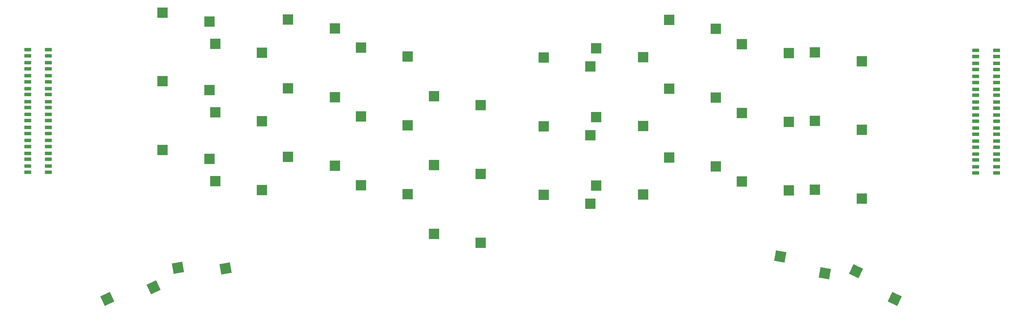
<source format=gbp>
G04 #@! TF.GenerationSoftware,KiCad,Pcbnew,7.0.6*
G04 #@! TF.CreationDate,2024-10-08T23:05:02+02:00*
G04 #@! TF.ProjectId,KoalaKeeb_v1,4b6f616c-614b-4656-9562-5f76312e6b69,rev?*
G04 #@! TF.SameCoordinates,Original*
G04 #@! TF.FileFunction,Paste,Bot*
G04 #@! TF.FilePolarity,Positive*
%FSLAX46Y46*%
G04 Gerber Fmt 4.6, Leading zero omitted, Abs format (unit mm)*
G04 Created by KiCad (PCBNEW 7.0.6) date 2024-10-08 23:05:02*
%MOMM*%
%LPD*%
G01*
G04 APERTURE LIST*
G04 Aperture macros list*
%AMRoundRect*
0 Rectangle with rounded corners*
0 $1 Rounding radius*
0 $2 $3 $4 $5 $6 $7 $8 $9 X,Y pos of 4 corners*
0 Add a 4 corners polygon primitive as box body*
4,1,4,$2,$3,$4,$5,$6,$7,$8,$9,$2,$3,0*
0 Add four circle primitives for the rounded corners*
1,1,$1+$1,$2,$3*
1,1,$1+$1,$4,$5*
1,1,$1+$1,$6,$7*
1,1,$1+$1,$8,$9*
0 Add four rect primitives between the rounded corners*
20,1,$1+$1,$2,$3,$4,$5,0*
20,1,$1+$1,$4,$5,$6,$7,0*
20,1,$1+$1,$6,$7,$8,$9,0*
20,1,$1+$1,$8,$9,$2,$3,0*%
%AMRotRect*
0 Rectangle, with rotation*
0 The origin of the aperture is its center*
0 $1 length*
0 $2 width*
0 $3 Rotation angle, in degrees counterclockwise*
0 Add horizontal line*
21,1,$1,$2,0,0,$3*%
G04 Aperture macros list end*
%ADD10R,2.600000X2.600000*%
%ADD11RotRect,2.600000X2.600000X350.000000*%
%ADD12RotRect,2.600000X2.600000X10.000000*%
%ADD13RotRect,2.600000X2.600000X25.000000*%
%ADD14RotRect,2.600000X2.600000X335.000000*%
%ADD15R,1.700000X0.820000*%
%ADD16RoundRect,0.205000X0.645000X0.205000X-0.645000X0.205000X-0.645000X-0.205000X0.645000X-0.205000X0*%
%ADD17RoundRect,0.205000X-0.645000X-0.205000X0.645000X-0.205000X0.645000X0.205000X-0.645000X0.205000X0*%
G04 APERTURE END LIST*
D10*
X237962880Y-64120610D03*
X226412880Y-61920610D03*
X143851447Y-75010017D03*
X132301447Y-72810017D03*
D11*
X228879919Y-99598914D03*
X217887415Y-95426700D03*
D10*
X125851447Y-46010017D03*
X114301447Y-43810017D03*
X89851447Y-62010017D03*
X78301447Y-59810017D03*
X65301447Y-52110017D03*
X76851447Y-54310017D03*
X219962880Y-45120610D03*
X208412880Y-42920610D03*
X237962880Y-81120610D03*
X226412880Y-78920610D03*
X89851447Y-79010017D03*
X78301447Y-76810017D03*
D12*
X80834899Y-98350925D03*
X69078344Y-98189985D03*
D10*
X89851447Y-45010017D03*
X78301447Y-42810017D03*
D13*
X63059184Y-103068474D03*
X51661569Y-105955837D03*
D10*
X125851447Y-63010017D03*
X114301447Y-60810017D03*
X159412880Y-46220610D03*
X170962880Y-48420610D03*
X183962880Y-80120610D03*
X172412880Y-77920610D03*
X107851447Y-73010017D03*
X96301447Y-70810017D03*
X201962880Y-56120610D03*
X190412880Y-53920610D03*
D14*
X246141459Y-105947216D03*
X236603365Y-99072098D03*
D10*
X125851447Y-80010017D03*
X114301447Y-77810017D03*
X159412880Y-63220610D03*
X170962880Y-65420610D03*
X201962880Y-73120610D03*
X190412880Y-70920610D03*
X201962880Y-39120610D03*
X190412880Y-36920610D03*
X237962880Y-47120610D03*
X226412880Y-44920610D03*
X65301447Y-69110017D03*
X76851447Y-71310017D03*
X219962880Y-79120610D03*
X208412880Y-76920610D03*
X143851447Y-92010017D03*
X132301447Y-89810017D03*
X183962880Y-46120610D03*
X172412880Y-43920610D03*
X65301447Y-35110017D03*
X76851447Y-37310017D03*
X107851447Y-39010017D03*
X96301447Y-36810017D03*
X107851447Y-56010017D03*
X96301447Y-53810017D03*
X143851447Y-58010017D03*
X132301447Y-55810017D03*
X183962880Y-63120610D03*
X172412880Y-60920610D03*
X219962880Y-62120610D03*
X208412880Y-59920610D03*
X159412880Y-80220610D03*
X170962880Y-82420610D03*
D15*
X37126447Y-74610017D03*
X37126447Y-73110017D03*
D16*
X32026447Y-73110017D03*
D15*
X32026447Y-74610017D03*
X271237880Y-52370610D03*
X271237880Y-50870610D03*
D16*
X266137880Y-50870610D03*
D15*
X266137880Y-52370610D03*
X37126447Y-61810017D03*
X37126447Y-60310017D03*
D16*
X32026447Y-60310017D03*
D15*
X32026447Y-61810017D03*
X32026447Y-57110017D03*
X32026447Y-58610017D03*
D17*
X37126447Y-58610017D03*
D15*
X37126447Y-57110017D03*
X271237880Y-71570610D03*
X271237880Y-70070610D03*
D16*
X266137880Y-70070610D03*
D15*
X266137880Y-71570610D03*
X271237880Y-45970610D03*
X271237880Y-44470610D03*
D16*
X266137880Y-44470610D03*
D15*
X266137880Y-45970610D03*
X271237880Y-58770610D03*
X271237880Y-57270610D03*
D16*
X266137880Y-57270610D03*
D15*
X266137880Y-58770610D03*
X37126447Y-49010017D03*
X37126447Y-47510017D03*
D16*
X32026447Y-47510017D03*
D15*
X32026447Y-49010017D03*
X32026447Y-44310017D03*
X32026447Y-45810017D03*
D17*
X37126447Y-45810017D03*
D15*
X37126447Y-44310017D03*
X271237880Y-65170610D03*
X271237880Y-63670610D03*
D16*
X266137880Y-63670610D03*
D15*
X266137880Y-65170610D03*
X32026447Y-69910017D03*
X32026447Y-71410017D03*
D17*
X37126447Y-71410017D03*
D15*
X37126447Y-69910017D03*
X37126447Y-68210017D03*
X37126447Y-66710017D03*
D16*
X32026447Y-66710017D03*
D15*
X32026447Y-68210017D03*
X32026447Y-50710017D03*
X32026447Y-52210017D03*
D17*
X37126447Y-52210017D03*
D15*
X37126447Y-50710017D03*
X266137880Y-60470610D03*
X266137880Y-61970610D03*
D17*
X271237880Y-61970610D03*
D15*
X271237880Y-60470610D03*
X37126447Y-55410017D03*
X37126447Y-53910017D03*
D16*
X32026447Y-53910017D03*
D15*
X32026447Y-55410017D03*
X32026447Y-63510017D03*
X32026447Y-65010017D03*
D17*
X37126447Y-65010017D03*
D15*
X37126447Y-63510017D03*
X266137880Y-47670610D03*
X266137880Y-49170610D03*
D17*
X271237880Y-49170610D03*
D15*
X271237880Y-47670610D03*
X266137880Y-54070610D03*
X266137880Y-55570610D03*
D17*
X271237880Y-55570610D03*
D15*
X271237880Y-54070610D03*
X266137880Y-66870610D03*
X266137880Y-68370610D03*
D17*
X271237880Y-68370610D03*
D15*
X271237880Y-66870610D03*
X266137880Y-73270610D03*
X266137880Y-74770610D03*
D17*
X271237880Y-74770610D03*
D15*
X271237880Y-73270610D03*
M02*

</source>
